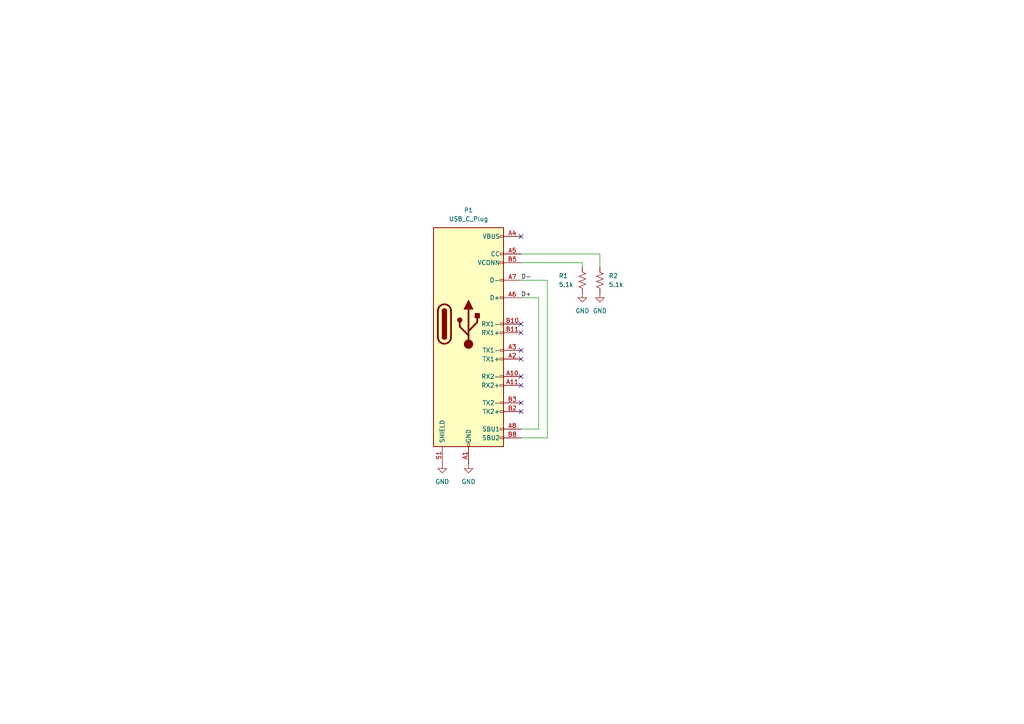
<source format=kicad_sch>
(kicad_sch (version 20231120) (generator "eeschema") (generator_version "8.0")
  (paper "A4")
  (title_block (title "Loop Back SuzyQ") (date "2024-07-26") (rev "A"))
  (lib_symbols
    (symbol "Connector:USB_C_Plug" (pin_names (offset 1.016))
      (property "Reference" "P" (at -10.16 29.21 0))
      (property "Value" "USB_C_Plug" (at 10.16 29.21 0))
      (symbol "USB_C_Plug_0_0"
        (rectangle (start -0.254 -35.56) (end 0.254 -34.544))
        (rectangle (start 10.16 -32.766) (end 9.144 -33.274))
        (rectangle (start 10.16 -30.226) (end 9.144 -30.734))
        (rectangle (start 10.16 -25.146) (end 9.144 -25.654))
        (rectangle (start 10.16 -22.606) (end 9.144 -23.114))
        (rectangle (start 10.16 -17.526) (end 9.144 -18.034))
        (rectangle (start 10.16 -14.986) (end 9.144 -15.494))
        (rectangle (start 10.16 -9.906) (end 9.144 -10.414))
        (rectangle (start 10.16 -7.366) (end 9.144 -7.874))
        (rectangle (start 10.16 -2.286) (end 9.144 -2.794))
        (rectangle (start 10.16 0.254) (end 9.144 -0.254))
        (rectangle (start 10.16 7.874) (end 9.144 7.366))
        (rectangle (start 10.16 12.954) (end 9.144 12.446))
        (rectangle (start 10.16 18.034) (end 9.144 17.526))
        (rectangle (start 10.16 20.574) (end 9.144 20.066))
        (rectangle (start 10.16 25.654) (end 9.144 25.146))
      )
      (symbol "USB_C_Plug_0_1"
        (rectangle (start -10.16 27.94) (end 10.16 -35.56) (stroke (width 0.254)) (fill (type background)))
        (arc (start -8.89 -3.81) (mid -6.985 -5.7067) (end -5.08 -3.81) (stroke (width 0.508)))
        (arc (start -7.62 -3.81) (mid -6.985 -4.4423) (end -6.35 -3.81) (stroke (width 0.254)))
        (arc (start -7.62 -3.81) (mid -6.985 -4.4423) (end -6.35 -3.81) (stroke (width 0.254)) (fill (type outline)))
        (rectangle (start -7.62 -3.81) (end -6.35 3.81) (stroke (width 0.254)) (fill (type outline)))
        (arc (start -6.35 3.81) (mid -6.985 4.4423) (end -7.62 3.81) (stroke (width 0.254)))
        (arc (start -6.35 3.81) (mid -6.985 4.4423) (end -7.62 3.81) (stroke (width 0.254)) (fill (type outline)))
        (arc (start -5.08 3.81) (mid -6.985 5.7067) (end -8.89 3.81) (stroke (width 0.508)))
        (polyline (pts (xy -8.89 -3.81) (xy -8.89 3.81)) (stroke (width 0.508)))
        (polyline (pts (xy -5.08 3.81) (xy -5.08 -3.81)) (stroke (width 0.508)))
      )
      (symbol "USB_C_Plug_1_1"
        (circle (center -2.54 1.143) (radius 0.635) (stroke (width 0.254)) (fill (type outline)))
        (circle (center 0 -5.842) (radius 1.27) (fill (type outline)))
        (polyline (pts (xy 0 -5.842) (xy 0 4.318)) (stroke (width 0.508)))
        (polyline (pts (xy 0 -3.302) (xy -2.54 -0.762) (xy -2.54 0.508)) (stroke (width 0.508)))
        (polyline (pts (xy 0 -2.032) (xy 2.54 0.508) (xy 2.54 1.778)) (stroke (width 0.508)))
        (polyline (pts (xy -1.27 4.318) (xy 0 6.858) (xy 1.27 4.318) (xy -1.27 4.318)) (stroke (width 0.254)) (fill (type outline)))
        (rectangle (start 1.905 1.778) (end 3.175 3.048) (stroke (width 0.254)) (fill (type outline)))
        (pin passive line (at 0 -40.64 90) (length 5.08) (name "GND") (number "A1"))
        (pin bidirectional line (at 15.24 -15.24 180) (length 5.08) (name "RX2-") (number "A10"))
        (pin bidirectional line (at 15.24 -17.78 180) (length 5.08) (name "RX2+") (number "A11"))
        (pin passive line (at 0 -40.64 90) (length 5.08) hide (name "GND") (number "A12"))
        (pin bidirectional line (at 15.24 -10.16 180) (length 5.08) (name "TX1+") (number "A2"))
        (pin bidirectional line (at 15.24 -7.62 180) (length 5.08) (name "TX1-") (number "A3"))
        (pin passive line (at 15.24 25.4 180) (length 5.08) (name "VBUS") (number "A4"))
        (pin bidirectional line (at 15.24 20.32 180) (length 5.08) (name "CC") (number "A5"))
        (pin bidirectional line (at 15.24 7.62 180) (length 5.08) (name "D+") (number "A6"))
        (pin bidirectional line (at 15.24 12.7 180) (length 5.08) (name "D-") (number "A7"))
        (pin bidirectional line (at 15.24 -30.48 180) (length 5.08) (name "SBU1") (number "A8"))
        (pin passive line (at 15.24 25.4 180) (length 5.08) hide (name "VBUS") (number "A9"))
        (pin passive line (at 0 -40.64 90) (length 5.08) hide (name "GND") (number "B1"))
        (pin bidirectional line (at 15.24 0 180) (length 5.08) (name "RX1-") (number "B10"))
        (pin bidirectional line (at 15.24 -2.54 180) (length 5.08) (name "RX1+") (number "B11"))
        (pin passive line (at 0 -40.64 90) (length 5.08) hide (name "GND") (number "B12"))
        (pin bidirectional line (at 15.24 -25.4 180) (length 5.08) (name "TX2+") (number "B2"))
        (pin bidirectional line (at 15.24 -22.86 180) (length 5.08) (name "TX2-") (number "B3"))
        (pin passive line (at 15.24 25.4 180) (length 5.08) hide (name "VBUS") (number "B4"))
        (pin bidirectional line (at 15.24 17.78 180) (length 5.08) (name "VCONN") (number "B5"))
        (pin bidirectional line (at 15.24 -33.02 180) (length 5.08) (name "SBU2") (number "B8"))
        (pin passive line (at 15.24 25.4 180) (length 5.08) hide (name "VBUS") (number "B9"))
        (pin passive line (at -7.62 -40.64 90) (length 5.08) (name "SHIELD") (number "S1"))
      )
    )
    (symbol "Device:R_US" (pin_numbers hide) (pin_names (offset 0))
      (property "Reference" "R" (at 2.54 0 90))
      (property "Value" "R_US" (at -2.54 0 90))
      (symbol "R_US_0_1"
        (polyline (pts (xy 0 -2.286) (xy 0 -2.54)))
        (polyline (pts (xy 0 2.286) (xy 0 2.54)))
        (polyline (pts (xy 0 -0.762) (xy 1.016 -1.143) (xy 0 -1.524) (xy -1.016 -1.905) (xy 0 -2.286)))
        (polyline (pts (xy 0 0.762) (xy 1.016 0.381) (xy 0 0) (xy -1.016 -0.381) (xy 0 -0.762)))
        (polyline (pts (xy 0 2.286) (xy 1.016 1.905) (xy 0 1.524) (xy -1.016 1.143) (xy 0 0.762)))
      )
      (symbol "R_US_1_1"
        (pin passive line (at 0 3.81 270) (length 1.27) (name "~") (number "1"))
        (pin passive line (at 0 -3.81 90) (length 1.27) (name "~") (number "2"))
      )
    )
    (symbol "power:GND" (power) (pin_numbers hide) (pin_names (offset 0) hide)
      (property "Value" "GND" (at 0 -3.81 0))
      (symbol "GND_0_1"
        (polyline (pts (xy 0 0) (xy 0 -1.27) (xy 1.27 -1.27) (xy 0 -2.54) (xy -1.27 -1.27) (xy 0 -1.27)))
      )
      (symbol "GND_1_1"
        (pin power_in line (at 0 0 270) (length 0) (name "~") (number "1"))
      )
    )
  )
  (no_connect (at 151.13 101.6))
  (no_connect (at 151.13 68.58))
  (no_connect (at 151.13 96.52))
  (no_connect (at 151.13 93.98))
  (no_connect (at 151.13 104.14))
  (no_connect (at 151.13 116.84))
  (no_connect (at 151.13 119.38))
  (no_connect (at 151.13 109.22))
  (no_connect (at 151.13 111.76))
  (wire (pts (xy 151.13 127) (xy 158.75 127)))
  (wire (pts (xy 158.75 81.28) (xy 151.13 81.28)))
  (wire (pts (xy 173.99 73.66) (xy 173.99 77.47)))
  (wire (pts (xy 151.13 73.66) (xy 173.99 73.66)))
  (wire (pts (xy 156.21 86.36) (xy 151.13 86.36)))
  (wire (pts (xy 168.91 76.2) (xy 168.91 77.47)))
  (wire (pts (xy 151.13 76.2) (xy 168.91 76.2)))
  (wire (pts (xy 156.21 124.46) (xy 156.21 86.36)))
  (wire (pts (xy 151.13 124.46) (xy 156.21 124.46)))
  (wire (pts (xy 158.75 127) (xy 158.75 81.28)))
  (label "D+" (at 151.13 86.36 0))
  (label "D-" (at 151.13 81.28 0))
  (symbol (lib_id "power:GND") (at 168.91 85.09 0) (unit 1)
    (property "Reference" "#PWR01" (effects (hide yes)))
    (property "Value" "GND" (at 168.91 90.17 0))
    (property "Description" "Power symbol creates a global label with name \"GND\" , ground" (effects (hide yes)))
  )
  (symbol (lib_id "power:GND") (at 173.99 85.09 0) (unit 1)
    (property "Reference" "#PWR02" (effects (hide yes)))
    (property "Value" "GND" (at 173.99 90.17 0))
    (property "Description" "Power symbol creates a global label with name \"GND\" , ground" (effects (hide yes)))
  )
  (symbol (lib_id "Connector:USB_C_Plug") (at 135.89 93.98 0) (unit 1)
    (property "Reference" "P1" (at 135.89 60.96 0))
    (property "Value" "USB_C_Plug" (at 135.89 63.5 0))
    (property "Footprint" "MolexPlug:USB_C_Plug_Molex_105444" (effects (hide yes)))
    (property "Datasheet" "https://www.usb.org/sites/default/files/documents/usb_type-c.zip" (effects (hide yes)))
    (property "Description" "USB Type-C Plug connector" (effects (hide yes)))
  )
  (symbol (lib_id "Device:R_US") (at 173.99 81.28 0) (unit 1)
    (property "Reference" "R2" (at 176.53 80.0099 0) (effects (justify left)))
    (property "Value" "5.1k" (at 176.53 82.5499 0) (effects (justify left)))
    (property "Footprint" "Resistor_SMD:R_0603_1608Metric" (effects (hide yes)))
    (property "Description" "Resistor, US symbol" (effects (hide yes)))
  )
  (symbol (lib_id "power:GND") (at 128.27 134.62 0) (unit 1)
    (property "Reference" "#PWR04" (effects (hide yes)))
    (property "Value" "GND" (at 128.27 139.7 0))
    (property "Description" "Power symbol creates a global label with name \"GND\" , ground" (effects (hide yes)))
  )
  (symbol (lib_id "Device:R_US") (at 168.91 81.28 0) (unit 1)
    (property "Reference" "R1" (at 162.052 80.01 0) (effects (justify left)))
    (property "Value" "5.1k" (at 162.052 82.55 0) (effects (justify left)))
    (property "Footprint" "Resistor_SMD:R_0603_1608Metric" (effects (hide yes)))
    (property "Description" "Resistor, US symbol" (effects (hide yes)))
  )
  (symbol (lib_id "power:GND") (at 135.89 134.62 0) (unit 1)
    (property "Reference" "#PWR05" (effects (hide yes)))
    (property "Value" "GND" (at 135.89 139.7 0))
    (property "Description" "Power symbol creates a global label with name \"GND\" , ground" (effects (hide yes)))
  )
)
</source>
